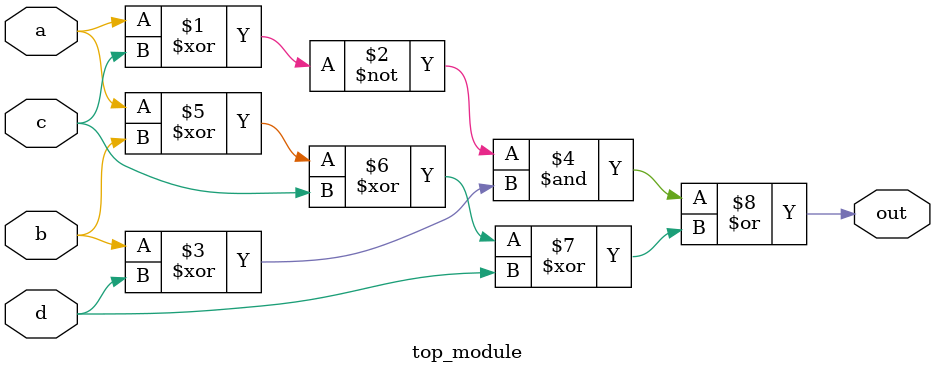
<source format=v>
module top_module(
    input a,
    input b,
    input c,
    input d,
    output out
);

    assign out = ~(a^c)&(b^d) | (a^b^c^d);
    
endmodule
</source>
